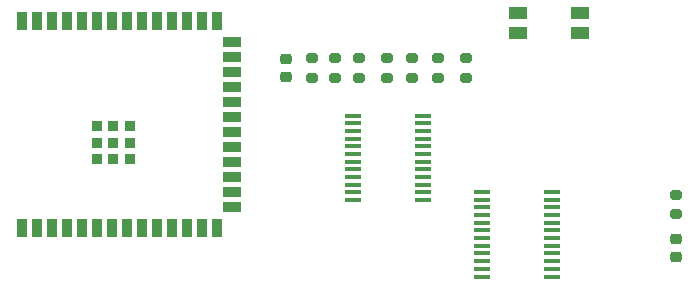
<source format=gbr>
%TF.GenerationSoftware,KiCad,Pcbnew,(6.0.1)*%
%TF.CreationDate,2022-10-22T09:43:17+02:00*%
%TF.ProjectId,so-dimm-esp32-cm,736f2d64-696d-46d2-9d65-737033322d63,rev?*%
%TF.SameCoordinates,Original*%
%TF.FileFunction,Paste,Top*%
%TF.FilePolarity,Positive*%
%FSLAX46Y46*%
G04 Gerber Fmt 4.6, Leading zero omitted, Abs format (unit mm)*
G04 Created by KiCad (PCBNEW (6.0.1)) date 2022-10-22 09:43:17*
%MOMM*%
%LPD*%
G01*
G04 APERTURE LIST*
G04 Aperture macros list*
%AMRoundRect*
0 Rectangle with rounded corners*
0 $1 Rounding radius*
0 $2 $3 $4 $5 $6 $7 $8 $9 X,Y pos of 4 corners*
0 Add a 4 corners polygon primitive as box body*
4,1,4,$2,$3,$4,$5,$6,$7,$8,$9,$2,$3,0*
0 Add four circle primitives for the rounded corners*
1,1,$1+$1,$2,$3*
1,1,$1+$1,$4,$5*
1,1,$1+$1,$6,$7*
1,1,$1+$1,$8,$9*
0 Add four rect primitives between the rounded corners*
20,1,$1+$1,$2,$3,$4,$5,0*
20,1,$1+$1,$4,$5,$6,$7,0*
20,1,$1+$1,$6,$7,$8,$9,0*
20,1,$1+$1,$8,$9,$2,$3,0*%
G04 Aperture macros list end*
%ADD10RoundRect,0.200000X0.275000X-0.200000X0.275000X0.200000X-0.275000X0.200000X-0.275000X-0.200000X0*%
%ADD11RoundRect,0.218750X0.256250X-0.218750X0.256250X0.218750X-0.256250X0.218750X-0.256250X-0.218750X0*%
%ADD12R,1.550000X1.000000*%
%ADD13R,1.475000X0.450000*%
%ADD14R,0.900000X1.500000*%
%ADD15R,1.500000X0.900000*%
%ADD16R,0.900000X0.900000*%
%ADD17RoundRect,0.225000X0.250000X-0.225000X0.250000X0.225000X-0.250000X0.225000X-0.250000X-0.225000X0*%
G04 APERTURE END LIST*
D10*
%TO.C,R4*%
X157353000Y-83248000D03*
X157353000Y-81598000D03*
%TD*%
D11*
%TO.C,D1*%
X181864000Y-98450500D03*
X181864000Y-96875500D03*
%TD*%
D10*
%TO.C,R8*%
X161671000Y-83248000D03*
X161671000Y-81598000D03*
%TD*%
%TO.C,R6*%
X164084000Y-83248000D03*
X164084000Y-81598000D03*
%TD*%
D12*
%TO.C,S1*%
X168444000Y-79463000D03*
X168444000Y-77763000D03*
X173694000Y-79463000D03*
X173694000Y-77763000D03*
%TD*%
D10*
%TO.C,R7*%
X181864000Y-94805000D03*
X181864000Y-93155000D03*
%TD*%
D13*
%TO.C,IC1*%
X154542000Y-86468000D03*
X154542000Y-87118000D03*
X154542000Y-87768000D03*
X154542000Y-88418000D03*
X154542000Y-89068000D03*
X154542000Y-89718000D03*
X154542000Y-90368000D03*
X154542000Y-91018000D03*
X154542000Y-91668000D03*
X154542000Y-92318000D03*
X154542000Y-92968000D03*
X154542000Y-93618000D03*
X160418000Y-93618000D03*
X160418000Y-92968000D03*
X160418000Y-92318000D03*
X160418000Y-91668000D03*
X160418000Y-91018000D03*
X160418000Y-90368000D03*
X160418000Y-89718000D03*
X160418000Y-89068000D03*
X160418000Y-88418000D03*
X160418000Y-87768000D03*
X160418000Y-87118000D03*
X160418000Y-86468000D03*
%TD*%
D10*
%TO.C,R1*%
X151003000Y-83248000D03*
X151003000Y-81598000D03*
%TD*%
%TO.C,R2*%
X155034000Y-83248000D03*
X155034000Y-81598000D03*
%TD*%
D13*
%TO.C,IC2*%
X165464000Y-92945000D03*
X165464000Y-93595000D03*
X165464000Y-94245000D03*
X165464000Y-94895000D03*
X165464000Y-95545000D03*
X165464000Y-96195000D03*
X165464000Y-96845000D03*
X165464000Y-97495000D03*
X165464000Y-98145000D03*
X165464000Y-98795000D03*
X165464000Y-99445000D03*
X165464000Y-100095000D03*
X171340000Y-100095000D03*
X171340000Y-99445000D03*
X171340000Y-98795000D03*
X171340000Y-98145000D03*
X171340000Y-97495000D03*
X171340000Y-96845000D03*
X171340000Y-96195000D03*
X171340000Y-95545000D03*
X171340000Y-94895000D03*
X171340000Y-94245000D03*
X171340000Y-93595000D03*
X171340000Y-92945000D03*
%TD*%
D10*
%TO.C,R5*%
X159512000Y-83248000D03*
X159512000Y-81598000D03*
%TD*%
D14*
%TO.C,U1*%
X126487000Y-95999000D03*
X127757000Y-95999000D03*
X129027000Y-95999000D03*
X130297000Y-95999000D03*
X131567000Y-95999000D03*
X132837000Y-95999000D03*
X134107000Y-95999000D03*
X135377000Y-95999000D03*
X136647000Y-95999000D03*
X137917000Y-95999000D03*
X139187000Y-95999000D03*
X140457000Y-95999000D03*
X141727000Y-95999000D03*
X142997000Y-95999000D03*
D15*
X144247000Y-94234000D03*
X144247000Y-92964000D03*
X144247000Y-91694000D03*
X144247000Y-90424000D03*
X144247000Y-89154000D03*
X144247000Y-87884000D03*
X144247000Y-86614000D03*
X144247000Y-85344000D03*
X144247000Y-84074000D03*
X144247000Y-82804000D03*
X144247000Y-81534000D03*
X144247000Y-80264000D03*
D14*
X142997000Y-78499000D03*
X141727000Y-78499000D03*
X140457000Y-78499000D03*
X139187000Y-78499000D03*
X137917000Y-78499000D03*
X136647000Y-78499000D03*
X135377000Y-78499000D03*
X134107000Y-78499000D03*
X132837000Y-78499000D03*
X131567000Y-78499000D03*
X130297000Y-78499000D03*
X129027000Y-78499000D03*
X127757000Y-78499000D03*
X126487000Y-78499000D03*
D16*
X132807000Y-88749000D03*
X135607000Y-87349000D03*
X134207000Y-90149000D03*
X134207000Y-88749000D03*
X135607000Y-90149000D03*
X132807000Y-87349000D03*
X132807000Y-90149000D03*
X134207000Y-87349000D03*
X135607000Y-88749000D03*
%TD*%
D10*
%TO.C,R3*%
X153002000Y-83248000D03*
X153002000Y-81598000D03*
%TD*%
D17*
%TO.C,C1*%
X148844000Y-83198000D03*
X148844000Y-81648000D03*
%TD*%
M02*

</source>
